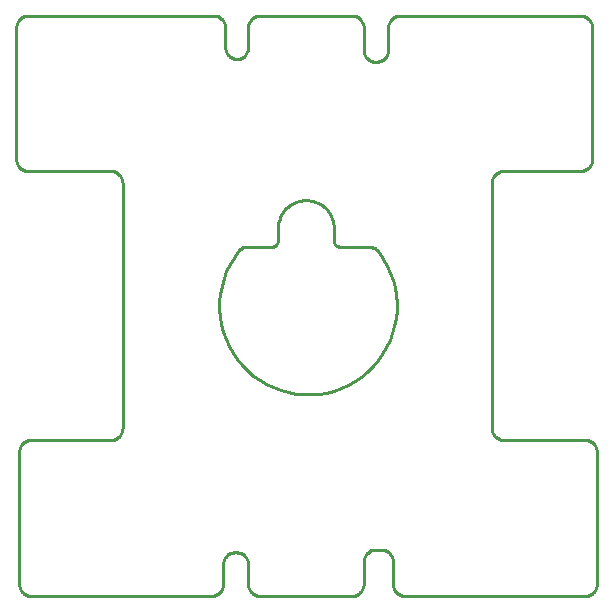
<source format=gbr>
G04 EAGLE Gerber RS-274X export*
G75*
%MOMM*%
%FSLAX34Y34*%
%LPD*%
%IN*%
%IPPOS*%
%AMOC8*
5,1,8,0,0,1.08239X$1,22.5*%
G01*
G04 Define Apertures*
%ADD10C,0.254000*%
D10*
X-245455Y123847D02*
X-245417Y122976D01*
X-245303Y122111D01*
X-245114Y121259D01*
X-244852Y120427D01*
X-244518Y119621D01*
X-244115Y118847D01*
X-243646Y118111D01*
X-243115Y117419D01*
X-242526Y116776D01*
X-241883Y116187D01*
X-241191Y115656D01*
X-240455Y115187D01*
X-239681Y114784D01*
X-238875Y114450D01*
X-238043Y114188D01*
X-237191Y113999D01*
X-236326Y113885D01*
X-235455Y113847D01*
X-165361Y113847D01*
X-164489Y113809D01*
X-163624Y113695D01*
X-162773Y113506D01*
X-161941Y113244D01*
X-161135Y112910D01*
X-160361Y112507D01*
X-159625Y112039D01*
X-158933Y111508D01*
X-158290Y110918D01*
X-157700Y110275D01*
X-157169Y109583D01*
X-156700Y108847D01*
X-156298Y108073D01*
X-155964Y107267D01*
X-155701Y106435D01*
X-155513Y105584D01*
X-155399Y104719D01*
X-155361Y103847D01*
X-155361Y-103842D01*
X-155399Y-104714D01*
X-155513Y-105579D01*
X-155701Y-106430D01*
X-155964Y-107262D01*
X-156298Y-108068D01*
X-156700Y-108842D01*
X-157169Y-109578D01*
X-157700Y-110270D01*
X-158290Y-110913D01*
X-158933Y-111503D01*
X-159625Y-112034D01*
X-160361Y-112502D01*
X-161135Y-112905D01*
X-161941Y-113239D01*
X-162773Y-113501D01*
X-163624Y-113690D01*
X-164489Y-113804D01*
X-165361Y-113842D01*
X-232811Y-113842D01*
X-233683Y-113880D01*
X-234548Y-113994D01*
X-235399Y-114183D01*
X-236231Y-114445D01*
X-237037Y-114779D01*
X-237811Y-115182D01*
X-238547Y-115651D01*
X-239239Y-116182D01*
X-239882Y-116771D01*
X-240472Y-117414D01*
X-241003Y-118106D01*
X-241471Y-118842D01*
X-241874Y-119616D01*
X-242208Y-120422D01*
X-242470Y-121254D01*
X-242659Y-122106D01*
X-242773Y-122971D01*
X-242811Y-123842D01*
X-242811Y-235854D01*
X-242773Y-236726D01*
X-242659Y-237591D01*
X-242470Y-238443D01*
X-242208Y-239275D01*
X-241874Y-240081D01*
X-241471Y-240854D01*
X-241003Y-241590D01*
X-240472Y-242282D01*
X-239882Y-242925D01*
X-239239Y-243515D01*
X-238547Y-244046D01*
X-237811Y-244515D01*
X-237037Y-244917D01*
X-236231Y-245251D01*
X-235399Y-245514D01*
X-234548Y-245702D01*
X-233683Y-245816D01*
X-232811Y-245854D01*
X-80108Y-245854D01*
X-79236Y-245816D01*
X-78371Y-245702D01*
X-77520Y-245514D01*
X-76687Y-245251D01*
X-75882Y-244917D01*
X-75108Y-244515D01*
X-74372Y-244046D01*
X-73680Y-243515D01*
X-73037Y-242925D01*
X-72447Y-242282D01*
X-71916Y-241590D01*
X-71447Y-240854D01*
X-71045Y-240081D01*
X-70711Y-239275D01*
X-70448Y-238443D01*
X-70260Y-237591D01*
X-70146Y-236726D01*
X-70108Y-235857D01*
X-70104Y-218974D01*
X-70066Y-218102D01*
X-69952Y-217237D01*
X-69763Y-216385D01*
X-69500Y-215553D01*
X-69166Y-214748D01*
X-68763Y-213974D01*
X-68294Y-213238D01*
X-67763Y-212546D01*
X-67174Y-211903D01*
X-66530Y-211314D01*
X-65838Y-210783D01*
X-65102Y-210314D01*
X-64328Y-209912D01*
X-63522Y-209578D01*
X-62690Y-209316D01*
X-61839Y-209127D01*
X-60974Y-209013D01*
X-60104Y-208976D01*
X-59049Y-208976D01*
X-58177Y-209014D01*
X-57312Y-209128D01*
X-56460Y-209316D01*
X-55628Y-209579D01*
X-54822Y-209913D01*
X-54049Y-210315D01*
X-53313Y-210784D01*
X-52621Y-211315D01*
X-51977Y-211905D01*
X-51388Y-212548D01*
X-50857Y-213240D01*
X-50388Y-213976D01*
X-49985Y-214749D01*
X-49652Y-215555D01*
X-49389Y-216387D01*
X-49200Y-217239D01*
X-49087Y-218104D01*
X-49049Y-218976D01*
X-49049Y-235854D01*
X-49010Y-236726D01*
X-48897Y-237591D01*
X-48708Y-238443D01*
X-48445Y-239275D01*
X-48112Y-240081D01*
X-47709Y-240854D01*
X-47240Y-241590D01*
X-46709Y-242282D01*
X-46120Y-242925D01*
X-45476Y-243515D01*
X-44784Y-244046D01*
X-44049Y-244515D01*
X-43275Y-244917D01*
X-42469Y-245251D01*
X-41637Y-245514D01*
X-40785Y-245702D01*
X-39920Y-245816D01*
X-39049Y-245854D01*
X38764Y-245854D01*
X39636Y-245816D01*
X40500Y-245702D01*
X41352Y-245514D01*
X42184Y-245251D01*
X42990Y-244917D01*
X43764Y-244515D01*
X44500Y-244046D01*
X45192Y-243515D01*
X45835Y-242925D01*
X46424Y-242282D01*
X46956Y-241590D01*
X47424Y-240854D01*
X47827Y-240081D01*
X48161Y-239275D01*
X48423Y-238443D01*
X48612Y-237591D01*
X48726Y-236726D01*
X48764Y-235854D01*
X48764Y-216777D01*
X48802Y-215906D01*
X48916Y-215041D01*
X49105Y-214189D01*
X49367Y-213357D01*
X49701Y-212551D01*
X50104Y-211777D01*
X50572Y-211042D01*
X51104Y-210350D01*
X51693Y-209706D01*
X52336Y-209117D01*
X53028Y-208586D01*
X53764Y-208117D01*
X54538Y-207714D01*
X55344Y-207380D01*
X56176Y-207118D01*
X57028Y-206929D01*
X57892Y-206815D01*
X58764Y-206777D01*
X63402Y-206777D01*
X64274Y-206808D01*
X65140Y-206915D01*
X65993Y-207097D01*
X66827Y-207353D01*
X67636Y-207680D01*
X68413Y-208076D01*
X69153Y-208539D01*
X69849Y-209064D01*
X70497Y-209648D01*
X71092Y-210287D01*
X71628Y-210975D01*
X72103Y-211706D01*
X72512Y-212477D01*
X72853Y-213280D01*
X73122Y-214110D01*
X73318Y-214960D01*
X73439Y-215824D01*
X73484Y-216695D01*
X73484Y-216777D01*
X73484Y-235854D01*
X73522Y-236726D01*
X73636Y-237591D01*
X73825Y-238443D01*
X74087Y-239275D01*
X74421Y-240081D01*
X74824Y-240854D01*
X75293Y-241590D01*
X75824Y-242282D01*
X76413Y-242925D01*
X77056Y-243515D01*
X77748Y-244046D01*
X78484Y-244515D01*
X79258Y-244917D01*
X80064Y-245251D01*
X80896Y-245514D01*
X81748Y-245702D01*
X82613Y-245816D01*
X83484Y-245854D01*
X236188Y-245854D01*
X237059Y-245816D01*
X237924Y-245702D01*
X238776Y-245514D01*
X239608Y-245251D01*
X240414Y-244917D01*
X241188Y-244515D01*
X241923Y-244046D01*
X242615Y-243515D01*
X243259Y-242925D01*
X243848Y-242282D01*
X244379Y-241590D01*
X244848Y-240854D01*
X245251Y-240081D01*
X245585Y-239275D01*
X245847Y-238443D01*
X246036Y-237591D01*
X246150Y-236726D01*
X246188Y-235854D01*
X246188Y-123842D01*
X246150Y-122971D01*
X246036Y-122106D01*
X245847Y-121254D01*
X245585Y-120422D01*
X245251Y-119616D01*
X244848Y-118842D01*
X244379Y-118106D01*
X243848Y-117414D01*
X243259Y-116771D01*
X242615Y-116182D01*
X241923Y-115651D01*
X241188Y-115182D01*
X240414Y-114779D01*
X239608Y-114445D01*
X238776Y-114183D01*
X237924Y-113994D01*
X237059Y-113880D01*
X236188Y-113842D01*
X167257Y-113842D01*
X166385Y-113804D01*
X165520Y-113690D01*
X164669Y-113501D01*
X163837Y-113239D01*
X163031Y-112905D01*
X162257Y-112502D01*
X161521Y-112034D01*
X160829Y-111503D01*
X160186Y-110913D01*
X159596Y-110270D01*
X159065Y-109578D01*
X158597Y-108842D01*
X158194Y-108068D01*
X157860Y-107262D01*
X157598Y-106430D01*
X157409Y-105579D01*
X157295Y-104714D01*
X157257Y-103842D01*
X157257Y103847D01*
X157295Y104719D01*
X157409Y105584D01*
X157598Y106435D01*
X157860Y107267D01*
X158194Y108073D01*
X158597Y108847D01*
X159065Y109583D01*
X159596Y110275D01*
X160186Y110918D01*
X160829Y111508D01*
X161521Y112039D01*
X162257Y112507D01*
X163031Y112910D01*
X163837Y113244D01*
X164669Y113506D01*
X165520Y113695D01*
X166385Y113809D01*
X167257Y113847D01*
X232323Y113847D01*
X233195Y113885D01*
X234060Y113999D01*
X234911Y114188D01*
X235743Y114450D01*
X236549Y114784D01*
X237323Y115187D01*
X238059Y115656D01*
X238751Y116187D01*
X239394Y116776D01*
X239984Y117419D01*
X240515Y118111D01*
X240983Y118847D01*
X241386Y119621D01*
X241720Y120427D01*
X241982Y121259D01*
X242171Y122111D01*
X242285Y122976D01*
X242323Y123847D01*
X242323Y235340D01*
X242285Y236211D01*
X242171Y237076D01*
X241982Y237928D01*
X241720Y238760D01*
X241386Y239566D01*
X240983Y240340D01*
X240515Y241075D01*
X239984Y241767D01*
X239394Y242411D01*
X238751Y243000D01*
X238059Y243531D01*
X237323Y244000D01*
X236549Y244403D01*
X235743Y244736D01*
X234911Y244999D01*
X234060Y245188D01*
X233195Y245301D01*
X232323Y245340D01*
X79497Y245340D01*
X78625Y245301D01*
X77760Y245188D01*
X76908Y244999D01*
X76076Y244736D01*
X75270Y244403D01*
X74497Y244000D01*
X73761Y243531D01*
X73069Y243000D01*
X72426Y242411D01*
X71836Y241767D01*
X71305Y241075D01*
X70836Y240340D01*
X70434Y239566D01*
X70100Y238760D01*
X69837Y237928D01*
X69649Y237076D01*
X69535Y236211D01*
X69497Y235340D01*
X69497Y216306D01*
X69459Y215435D01*
X69345Y214570D01*
X69156Y213718D01*
X68894Y212886D01*
X68560Y212080D01*
X68157Y211306D01*
X67688Y210571D01*
X67157Y209879D01*
X66568Y209235D01*
X65924Y208646D01*
X65232Y208115D01*
X64497Y207646D01*
X63723Y207243D01*
X62917Y206909D01*
X62085Y206647D01*
X61233Y206458D01*
X60368Y206344D01*
X59497Y206306D01*
X58764Y206306D01*
X57892Y206344D01*
X57028Y206458D01*
X56176Y206647D01*
X55344Y206909D01*
X54538Y207243D01*
X53764Y207646D01*
X53028Y208115D01*
X52336Y208646D01*
X51693Y209235D01*
X51104Y209879D01*
X50572Y210571D01*
X50104Y211306D01*
X49701Y212080D01*
X49367Y212886D01*
X49105Y213718D01*
X48916Y214570D01*
X48802Y215435D01*
X48764Y216306D01*
X48764Y235383D01*
X48726Y236255D01*
X48612Y237120D01*
X48423Y237972D01*
X48161Y238804D01*
X47827Y239610D01*
X47424Y240383D01*
X46956Y241119D01*
X46424Y241811D01*
X45835Y242454D01*
X45192Y243044D01*
X44500Y243575D01*
X43764Y244044D01*
X42990Y244446D01*
X42184Y244780D01*
X41352Y245043D01*
X40500Y245231D01*
X39636Y245345D01*
X38764Y245383D01*
X-39049Y245383D01*
X-39920Y245345D01*
X-40785Y245231D01*
X-41637Y245043D01*
X-42469Y244780D01*
X-43275Y244446D01*
X-44049Y244044D01*
X-44784Y243575D01*
X-45476Y243044D01*
X-46120Y242454D01*
X-46709Y241811D01*
X-47240Y241119D01*
X-47709Y240383D01*
X-48112Y239610D01*
X-48445Y238804D01*
X-48708Y237972D01*
X-48897Y237120D01*
X-49010Y236255D01*
X-49049Y235383D01*
X-49049Y218505D01*
X-49087Y217633D01*
X-49200Y216768D01*
X-49389Y215917D01*
X-49652Y215084D01*
X-49985Y214279D01*
X-50388Y213505D01*
X-50857Y212769D01*
X-51388Y212077D01*
X-51977Y211434D01*
X-52621Y210844D01*
X-53313Y210313D01*
X-54048Y209844D01*
X-54822Y209442D01*
X-55628Y209108D01*
X-56460Y208845D01*
X-57312Y208657D01*
X-58177Y208543D01*
X-58665Y208512D01*
X-59535Y208583D01*
X-60394Y208730D01*
X-61238Y208952D01*
X-62060Y209246D01*
X-62852Y209610D01*
X-63610Y210042D01*
X-64327Y210539D01*
X-64999Y211096D01*
X-65619Y211710D01*
X-66183Y212375D01*
X-66687Y213087D01*
X-67127Y213840D01*
X-67500Y214629D01*
X-67803Y215447D01*
X-68033Y216289D01*
X-68189Y217147D01*
X-68270Y218016D01*
X-68282Y218505D01*
X-68282Y235340D01*
X-68320Y236211D01*
X-68434Y237076D01*
X-68622Y237928D01*
X-68885Y238760D01*
X-69219Y239566D01*
X-69621Y240340D01*
X-70090Y241075D01*
X-70621Y241767D01*
X-71211Y242411D01*
X-71854Y243000D01*
X-72546Y243531D01*
X-73282Y244000D01*
X-74056Y244403D01*
X-74862Y244736D01*
X-75694Y244999D01*
X-76545Y245188D01*
X-77410Y245301D01*
X-78282Y245340D01*
X-235455Y245340D01*
X-236326Y245301D01*
X-237191Y245188D01*
X-238043Y244999D01*
X-238875Y244736D01*
X-239681Y244403D01*
X-240455Y244000D01*
X-241191Y243531D01*
X-241883Y243000D01*
X-242526Y242411D01*
X-243115Y241767D01*
X-243646Y241075D01*
X-244115Y240340D01*
X-244518Y239566D01*
X-244852Y238760D01*
X-245114Y237928D01*
X-245303Y237076D01*
X-245417Y236211D01*
X-245455Y235340D01*
X-245455Y123847D01*
X-57497Y45961D02*
X-61298Y40627D01*
X-64620Y34982D01*
X-67437Y29069D01*
X-69728Y22933D01*
X-71475Y16620D01*
X-72666Y10180D01*
X-73291Y3660D01*
X-73345Y-2890D01*
X-72828Y-9420D01*
X-71744Y-15879D01*
X-70101Y-22220D01*
X-67912Y-28393D01*
X-65193Y-34352D01*
X-61965Y-40051D01*
X-58253Y-45447D01*
X-54084Y-50499D01*
X-49491Y-55169D01*
X-44509Y-59420D01*
X-39174Y-63221D01*
X-33529Y-66543D01*
X-27616Y-69360D01*
X-21480Y-71651D01*
X-15168Y-73399D01*
X-8727Y-74589D01*
X-2207Y-75214D01*
X4343Y-75268D01*
X10872Y-74752D01*
X17332Y-73668D01*
X23672Y-72025D01*
X29845Y-69835D01*
X35804Y-67117D01*
X41504Y-63889D01*
X46900Y-60176D01*
X51952Y-56008D01*
X56621Y-51415D01*
X60873Y-46432D01*
X64674Y-41098D01*
X67996Y-35453D01*
X70813Y-29540D01*
X73104Y-23404D01*
X74851Y-17091D01*
X76042Y-10651D01*
X76667Y-4131D01*
X76721Y2419D01*
X76204Y8949D01*
X75120Y15408D01*
X73477Y21749D01*
X71288Y27922D01*
X68569Y33881D01*
X65341Y39580D01*
X61629Y44976D01*
X60862Y45975D01*
X60296Y46639D01*
X59674Y47250D01*
X59001Y47805D01*
X58282Y48300D01*
X57523Y48729D01*
X56729Y49091D01*
X55907Y49383D01*
X55062Y49601D01*
X54202Y49746D01*
X53332Y49814D01*
X52980Y49820D01*
X28598Y49817D01*
X28162Y49836D01*
X27729Y49893D01*
X27304Y49988D01*
X26888Y50119D01*
X26485Y50286D01*
X26098Y50487D01*
X25730Y50721D01*
X25384Y50987D01*
X25062Y51281D01*
X24767Y51603D01*
X24502Y51949D01*
X24267Y52317D01*
X24066Y52704D01*
X23899Y53107D01*
X23768Y53523D01*
X23673Y53949D01*
X23616Y54381D01*
X23609Y54467D01*
X23609Y65380D01*
X23519Y67449D01*
X23249Y69502D01*
X22801Y71524D01*
X22178Y73499D01*
X21385Y75412D01*
X20429Y77249D01*
X19316Y78996D01*
X18056Y80639D01*
X16657Y82165D01*
X15130Y83564D01*
X13487Y84825D01*
X11740Y85938D01*
X9903Y86894D01*
X7990Y87687D01*
X6015Y88309D01*
X3993Y88758D01*
X1940Y89028D01*
X-129Y89118D01*
X-2198Y89028D01*
X-4251Y88758D01*
X-6273Y88309D01*
X-8248Y87687D01*
X-10161Y86894D01*
X-11998Y85938D01*
X-13744Y84825D01*
X-15387Y83564D01*
X-16914Y82165D01*
X-18313Y80639D01*
X-19574Y78996D01*
X-20687Y77249D01*
X-21643Y75412D01*
X-22435Y73499D01*
X-23058Y71524D01*
X-23506Y69502D01*
X-23777Y67449D01*
X-23867Y65380D01*
X-23867Y54425D01*
X-23919Y53992D01*
X-24010Y53565D01*
X-24137Y53148D01*
X-24299Y52743D01*
X-24497Y52354D01*
X-24728Y51984D01*
X-24990Y51635D01*
X-25281Y51311D01*
X-25600Y51013D01*
X-25943Y50744D01*
X-26309Y50506D01*
X-26693Y50301D01*
X-27095Y50130D01*
X-27509Y49994D01*
X-27934Y49896D01*
X-28366Y49834D01*
X-28802Y49811D01*
X-28851Y49811D01*
X-49615Y49808D01*
X-50486Y49770D01*
X-51351Y49656D01*
X-52203Y49467D01*
X-53035Y49205D01*
X-53841Y48871D01*
X-54615Y48468D01*
X-55351Y47999D01*
X-56043Y47468D01*
X-56686Y46878D01*
X-57275Y46235D01*
X-57497Y45961D01*
M02*

</source>
